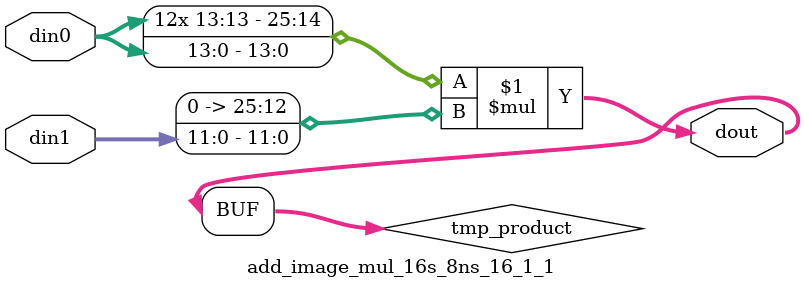
<source format=v>

`timescale 1 ns / 1 ps

 module add_image_mul_16s_8ns_16_1_1(din0, din1, dout);
parameter ID = 1;
parameter NUM_STAGE = 0;
parameter din0_WIDTH = 14;
parameter din1_WIDTH = 12;
parameter dout_WIDTH = 26;

input [din0_WIDTH - 1 : 0] din0; 
input [din1_WIDTH - 1 : 0] din1; 
output [dout_WIDTH - 1 : 0] dout;

wire signed [dout_WIDTH - 1 : 0] tmp_product;


























assign tmp_product = $signed(din0) * $signed({1'b0, din1});









assign dout = tmp_product;





















endmodule

</source>
